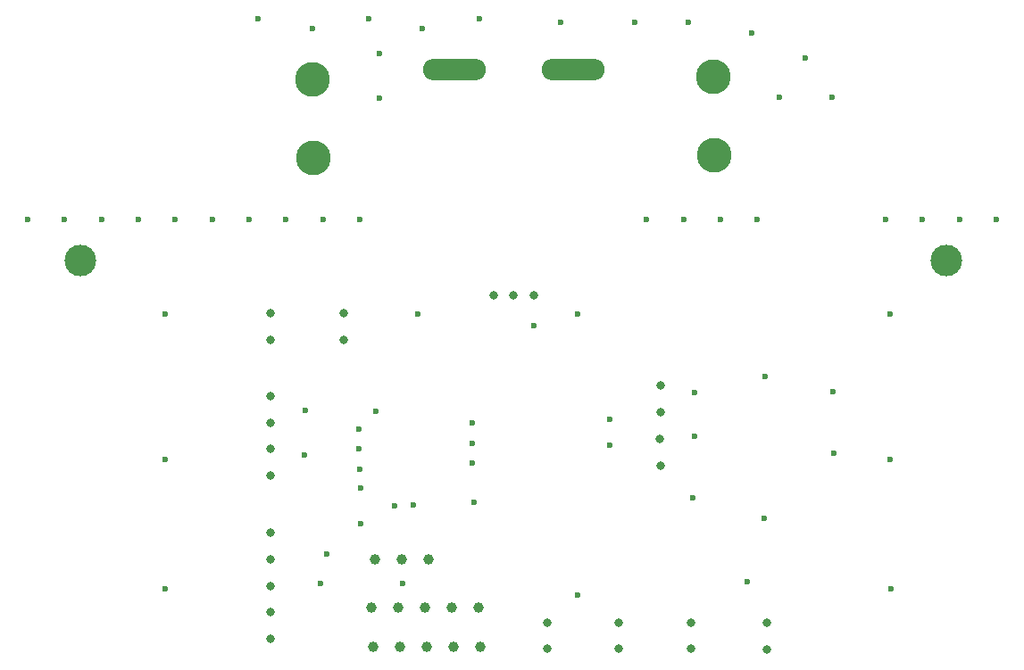
<source format=gbr>
%TF.GenerationSoftware,Altium Limited,Altium Designer,20.0.11 (256)*%
G04 Layer_Color=0*
%FSLAX44Y44*%
%MOMM*%
%TF.FileFunction,Plated,1,2,PTH,Drill*%
%TF.Part,Single*%
G01*
G75*
%TA.AperFunction,ComponentDrill*%
%ADD10C,0.8000*%
%ADD11C,1.0000*%
%ADD12C,3.3000*%
%ADD13O,5.9700X2.0430*%
%TA.AperFunction,ViaDrill,NotFilled*%
%ADD14C,0.6000*%
%ADD15C,3.0000*%
D10*
X1021667Y557250D02*
D03*
Y582250D02*
D03*
X1158418D02*
D03*
Y557250D02*
D03*
X1089750D02*
D03*
Y582250D02*
D03*
X759000Y566500D02*
D03*
Y591750D02*
D03*
Y617000D02*
D03*
Y642250D02*
D03*
Y667500D02*
D03*
X1128750Y756750D02*
D03*
X1129000Y731250D02*
D03*
Y781750D02*
D03*
Y807250D02*
D03*
X759500Y797333D02*
D03*
Y771833D02*
D03*
Y721332D02*
D03*
X759250Y746833D02*
D03*
X1230250Y581750D02*
D03*
Y556250D02*
D03*
X828750Y850415D02*
D03*
Y875915D02*
D03*
X759500D02*
D03*
Y850415D02*
D03*
X990020Y893004D02*
D03*
X1009020D02*
D03*
X971020D02*
D03*
D11*
X931050Y596000D02*
D03*
X905650D02*
D03*
X880250D02*
D03*
X854850D02*
D03*
X956450D02*
D03*
X882350Y559250D02*
D03*
X907750D02*
D03*
X933150D02*
D03*
X958550D02*
D03*
X856950D02*
D03*
X883650Y642000D02*
D03*
X909050D02*
D03*
X858250D02*
D03*
D12*
X799750Y1022750D02*
D03*
X799000Y1097500D02*
D03*
X1179750Y1100250D02*
D03*
X1180500Y1025500D02*
D03*
D13*
X1046020Y1107204D02*
D03*
X934020Y1106504D02*
D03*
D14*
X951000Y771750D02*
D03*
Y752500D02*
D03*
Y733750D02*
D03*
X1050500Y608000D02*
D03*
X1228500Y815710D02*
D03*
X1447750Y964750D02*
D03*
X1412750D02*
D03*
X1377750D02*
D03*
X1342750D02*
D03*
X1221250D02*
D03*
X1186250D02*
D03*
X1151250D02*
D03*
X1116250D02*
D03*
X844000D02*
D03*
X809000D02*
D03*
X774000D02*
D03*
X739000D02*
D03*
X704000D02*
D03*
X669000D02*
D03*
X634000D02*
D03*
X599000D02*
D03*
X564000D02*
D03*
X529000D02*
D03*
X1242250Y1080500D02*
D03*
X1266250Y1118250D02*
D03*
X1292250Y1080500D02*
D03*
X1216000Y1141750D02*
D03*
X1155250Y1151750D02*
D03*
X1105000Y1151500D02*
D03*
X1035000D02*
D03*
X863000Y1080000D02*
D03*
Y1122250D02*
D03*
X903000Y1146000D02*
D03*
X799500D02*
D03*
X747500Y1155000D02*
D03*
X957500D02*
D03*
X852500D02*
D03*
X1346649Y875000D02*
D03*
X659500Y613750D02*
D03*
Y737000D02*
D03*
Y875000D02*
D03*
X1050250D02*
D03*
X1348149Y613750D02*
D03*
X1346649Y737000D02*
D03*
X1160250Y700250D02*
D03*
X1161250Y758750D02*
D03*
X1161500Y800750D02*
D03*
X845250Y675750D02*
D03*
X899000Y875000D02*
D03*
X1009000Y864000D02*
D03*
X1211750Y621000D02*
D03*
X859500Y782750D02*
D03*
X792250Y783500D02*
D03*
X792000Y741000D02*
D03*
X812500Y646750D02*
D03*
X843250Y765500D02*
D03*
X843298Y746798D02*
D03*
X952500Y696186D02*
D03*
X1293000Y801500D02*
D03*
X1293445Y742517D02*
D03*
X1228000Y681250D02*
D03*
X806750Y619250D02*
D03*
X884750Y619500D02*
D03*
X845000Y709750D02*
D03*
X843867Y728000D02*
D03*
X877500Y693250D02*
D03*
X895250Y693500D02*
D03*
X1081250Y750500D02*
D03*
Y775000D02*
D03*
D15*
X1400750Y925500D02*
D03*
X579250D02*
D03*
%TF.MD5,b017599f35097e1cf02faa88ed6503ab*%
M02*

</source>
